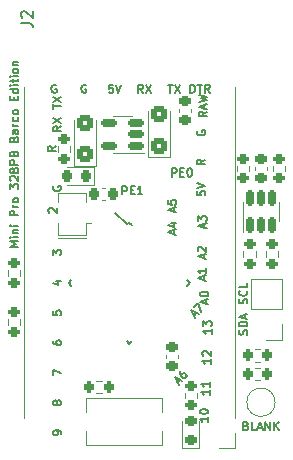
<source format=gbr>
%TF.GenerationSoftware,KiCad,Pcbnew,6.0.11-2627ca5db0~126~ubuntu22.04.1*%
%TF.CreationDate,2024-01-17T11:10:24+01:00*%
%TF.ProjectId,barco-modchip,62617263-6f2d-46d6-9f64-636869702e6b,rev?*%
%TF.SameCoordinates,Original*%
%TF.FileFunction,Legend,Top*%
%TF.FilePolarity,Positive*%
%FSLAX46Y46*%
G04 Gerber Fmt 4.6, Leading zero omitted, Abs format (unit mm)*
G04 Created by KiCad (PCBNEW 6.0.11-2627ca5db0~126~ubuntu22.04.1) date 2024-01-17 11:10:24*
%MOMM*%
%LPD*%
G01*
G04 APERTURE LIST*
G04 Aperture macros list*
%AMRoundRect*
0 Rectangle with rounded corners*
0 $1 Rounding radius*
0 $2 $3 $4 $5 $6 $7 $8 $9 X,Y pos of 4 corners*
0 Add a 4 corners polygon primitive as box body*
4,1,4,$2,$3,$4,$5,$6,$7,$8,$9,$2,$3,0*
0 Add four circle primitives for the rounded corners*
1,1,$1+$1,$2,$3*
1,1,$1+$1,$4,$5*
1,1,$1+$1,$6,$7*
1,1,$1+$1,$8,$9*
0 Add four rect primitives between the rounded corners*
20,1,$1+$1,$2,$3,$4,$5,0*
20,1,$1+$1,$4,$5,$6,$7,0*
20,1,$1+$1,$6,$7,$8,$9,0*
20,1,$1+$1,$8,$9,$2,$3,0*%
%AMHorizOval*
0 Thick line with rounded ends*
0 $1 width*
0 $2 $3 position (X,Y) of the first rounded end (center of the circle)*
0 $4 $5 position (X,Y) of the second rounded end (center of the circle)*
0 Add line between two ends*
20,1,$1,$2,$3,$4,$5,0*
0 Add two circle primitives to create the rounded ends*
1,1,$1,$2,$3*
1,1,$1,$4,$5*%
%AMRotRect*
0 Rectangle, with rotation*
0 The origin of the aperture is its center*
0 $1 length*
0 $2 width*
0 $3 Rotation angle, in degrees counterclockwise*
0 Add horizontal line*
21,1,$1,$2,0,0,$3*%
G04 Aperture macros list end*
%ADD10C,0.150000*%
%ADD11C,0.120000*%
%ADD12RoundRect,0.150000X0.150000X-0.512500X0.150000X0.512500X-0.150000X0.512500X-0.150000X-0.512500X0*%
%ADD13R,1.700000X1.700000*%
%ADD14O,1.700000X1.700000*%
%ADD15C,2.000000*%
%ADD16RoundRect,0.200000X-0.200000X-0.275000X0.200000X-0.275000X0.200000X0.275000X-0.200000X0.275000X0*%
%ADD17RoundRect,0.200000X0.275000X-0.200000X0.275000X0.200000X-0.275000X0.200000X-0.275000X-0.200000X0*%
%ADD18RoundRect,0.200000X-0.275000X0.200000X-0.275000X-0.200000X0.275000X-0.200000X0.275000X0.200000X0*%
%ADD19RoundRect,0.225000X0.250000X-0.225000X0.250000X0.225000X-0.250000X0.225000X-0.250000X-0.225000X0*%
%ADD20RoundRect,0.218750X0.218750X0.256250X-0.218750X0.256250X-0.218750X-0.256250X0.218750X-0.256250X0*%
%ADD21RoundRect,0.250000X0.425000X-0.450000X0.425000X0.450000X-0.425000X0.450000X-0.425000X-0.450000X0*%
%ADD22R,1.900000X0.400000*%
%ADD23RoundRect,0.225000X-0.225000X-0.250000X0.225000X-0.250000X0.225000X0.250000X-0.225000X0.250000X0*%
%ADD24RoundRect,0.225000X-0.250000X0.225000X-0.250000X-0.225000X0.250000X-0.225000X0.250000X0.225000X0*%
%ADD25RoundRect,0.150000X0.512500X0.150000X-0.512500X0.150000X-0.512500X-0.150000X0.512500X-0.150000X0*%
%ADD26RoundRect,0.218750X0.256250X-0.218750X0.256250X0.218750X-0.256250X0.218750X-0.256250X-0.218750X0*%
%ADD27HorizOval,1.700000X0.000000X0.000000X0.000000X0.000000X0*%
%ADD28RotRect,1.600000X0.550000X315.000000*%
%ADD29RotRect,1.600000X0.550000X45.000000*%
%ADD30R,1.250000X1.000000*%
%ADD31HorizOval,1.700000X0.000000X0.000000X0.000000X0.000000X0*%
%ADD32RoundRect,0.200000X0.200000X0.275000X-0.200000X0.275000X-0.200000X-0.275000X0.200000X-0.275000X0*%
G04 APERTURE END LIST*
D10*
X189563333Y-115960000D02*
X189596666Y-115860000D01*
X189596666Y-115693333D01*
X189563333Y-115626666D01*
X189530000Y-115593333D01*
X189463333Y-115560000D01*
X189396666Y-115560000D01*
X189330000Y-115593333D01*
X189296666Y-115626666D01*
X189263333Y-115693333D01*
X189230000Y-115826666D01*
X189196666Y-115893333D01*
X189163333Y-115926666D01*
X189096666Y-115960000D01*
X189030000Y-115960000D01*
X188963333Y-115926666D01*
X188930000Y-115893333D01*
X188896666Y-115826666D01*
X188896666Y-115660000D01*
X188930000Y-115560000D01*
X189596666Y-115260000D02*
X188896666Y-115260000D01*
X188896666Y-115093333D01*
X188930000Y-114993333D01*
X188996666Y-114926666D01*
X189063333Y-114893333D01*
X189196666Y-114860000D01*
X189296666Y-114860000D01*
X189430000Y-114893333D01*
X189496666Y-114926666D01*
X189563333Y-114993333D01*
X189596666Y-115093333D01*
X189596666Y-115260000D01*
X189396666Y-114593333D02*
X189396666Y-114260000D01*
X189596666Y-114660000D02*
X188896666Y-114426666D01*
X189596666Y-114193333D01*
X182891666Y-94791666D02*
X183291666Y-94791666D01*
X183091666Y-95491666D02*
X183091666Y-94791666D01*
X183458333Y-94791666D02*
X183925000Y-95491666D01*
X183925000Y-94791666D02*
X183458333Y-95491666D01*
X173141666Y-96833333D02*
X173141666Y-96433333D01*
X173841666Y-96633333D02*
X173141666Y-96633333D01*
X173141666Y-96266666D02*
X173841666Y-95800000D01*
X173141666Y-95800000D02*
X173841666Y-96266666D01*
X173841666Y-124383333D02*
X173841666Y-124250000D01*
X173808333Y-124183333D01*
X173775000Y-124150000D01*
X173675000Y-124083333D01*
X173541666Y-124050000D01*
X173275000Y-124050000D01*
X173208333Y-124083333D01*
X173175000Y-124116666D01*
X173141666Y-124183333D01*
X173141666Y-124316666D01*
X173175000Y-124383333D01*
X173208333Y-124416666D01*
X173275000Y-124450000D01*
X173441666Y-124450000D01*
X173508333Y-124416666D01*
X173541666Y-124383333D01*
X173575000Y-124316666D01*
X173575000Y-124183333D01*
X173541666Y-124116666D01*
X173508333Y-124083333D01*
X173441666Y-124050000D01*
X186266666Y-122933333D02*
X186266666Y-123333333D01*
X186266666Y-123133333D02*
X185566666Y-123133333D01*
X185666666Y-123200000D01*
X185733333Y-123266666D01*
X185766666Y-123333333D01*
X185566666Y-122500000D02*
X185566666Y-122433333D01*
X185600000Y-122366666D01*
X185633333Y-122333333D01*
X185700000Y-122300000D01*
X185833333Y-122266666D01*
X186000000Y-122266666D01*
X186133333Y-122300000D01*
X186200000Y-122333333D01*
X186233333Y-122366666D01*
X186266666Y-122433333D01*
X186266666Y-122500000D01*
X186233333Y-122566666D01*
X186200000Y-122600000D01*
X186133333Y-122633333D01*
X186000000Y-122666666D01*
X185833333Y-122666666D01*
X185700000Y-122633333D01*
X185633333Y-122600000D01*
X185600000Y-122566666D01*
X185566666Y-122500000D01*
X185916666Y-111350000D02*
X185916666Y-111016666D01*
X186116666Y-111416666D02*
X185416666Y-111183333D01*
X186116666Y-110950000D01*
X186116666Y-110350000D02*
X186116666Y-110750000D01*
X186116666Y-110550000D02*
X185416666Y-110550000D01*
X185516666Y-110616666D01*
X185583333Y-110683333D01*
X185616666Y-110750000D01*
X186566666Y-115483333D02*
X186566666Y-115883333D01*
X186566666Y-115683333D02*
X185866666Y-115683333D01*
X185966666Y-115750000D01*
X186033333Y-115816666D01*
X186066666Y-115883333D01*
X185866666Y-115250000D02*
X185866666Y-114816666D01*
X186133333Y-115050000D01*
X186133333Y-114950000D01*
X186166666Y-114883333D01*
X186200000Y-114850000D01*
X186266666Y-114816666D01*
X186433333Y-114816666D01*
X186500000Y-114850000D01*
X186533333Y-114883333D01*
X186566666Y-114950000D01*
X186566666Y-115150000D01*
X186533333Y-115216666D01*
X186500000Y-115250000D01*
X183678942Y-120011049D02*
X183914644Y-119775346D01*
X183773223Y-120199610D02*
X183443240Y-119539644D01*
X184103206Y-119869627D01*
X183985355Y-118997529D02*
X183891074Y-119091810D01*
X183867504Y-119162521D01*
X183867504Y-119209661D01*
X183891074Y-119327512D01*
X183961785Y-119445363D01*
X184150346Y-119633925D01*
X184221057Y-119657495D01*
X184268198Y-119657495D01*
X184338908Y-119633925D01*
X184433189Y-119539644D01*
X184456759Y-119468933D01*
X184456759Y-119421793D01*
X184433189Y-119351082D01*
X184315338Y-119233231D01*
X184244627Y-119209661D01*
X184197487Y-119209661D01*
X184126776Y-119233231D01*
X184032495Y-119327512D01*
X184008925Y-119398223D01*
X184008925Y-119445363D01*
X184032495Y-119516074D01*
X183206666Y-102576666D02*
X183206666Y-101876666D01*
X183473333Y-101876666D01*
X183540000Y-101910000D01*
X183573333Y-101943333D01*
X183606666Y-102010000D01*
X183606666Y-102110000D01*
X183573333Y-102176666D01*
X183540000Y-102210000D01*
X183473333Y-102243333D01*
X183206666Y-102243333D01*
X183906666Y-102210000D02*
X184140000Y-102210000D01*
X184240000Y-102576666D02*
X183906666Y-102576666D01*
X183906666Y-101876666D01*
X184240000Y-101876666D01*
X184673333Y-101876666D02*
X184740000Y-101876666D01*
X184806666Y-101910000D01*
X184840000Y-101943333D01*
X184873333Y-102010000D01*
X184906666Y-102143333D01*
X184906666Y-102310000D01*
X184873333Y-102443333D01*
X184840000Y-102510000D01*
X184806666Y-102543333D01*
X184740000Y-102576666D01*
X184673333Y-102576666D01*
X184606666Y-102543333D01*
X184573333Y-102510000D01*
X184540000Y-102443333D01*
X184506666Y-102310000D01*
X184506666Y-102143333D01*
X184540000Y-102010000D01*
X184573333Y-101943333D01*
X184606666Y-101910000D01*
X184673333Y-101876666D01*
X185941666Y-106900000D02*
X185941666Y-106566666D01*
X186141666Y-106966666D02*
X185441666Y-106733333D01*
X186141666Y-106500000D01*
X185441666Y-106333333D02*
X185441666Y-105900000D01*
X185708333Y-106133333D01*
X185708333Y-106033333D01*
X185741666Y-105966666D01*
X185775000Y-105933333D01*
X185841666Y-105900000D01*
X186008333Y-105900000D01*
X186075000Y-105933333D01*
X186108333Y-105966666D01*
X186141666Y-106033333D01*
X186141666Y-106233333D01*
X186108333Y-106300000D01*
X186075000Y-106333333D01*
X185375000Y-98691666D02*
X185341666Y-98758333D01*
X185341666Y-98858333D01*
X185375000Y-98958333D01*
X185441666Y-99025000D01*
X185508333Y-99058333D01*
X185641666Y-99091666D01*
X185741666Y-99091666D01*
X185875000Y-99058333D01*
X185941666Y-99025000D01*
X186008333Y-98958333D01*
X186041666Y-98858333D01*
X186041666Y-98791666D01*
X186008333Y-98691666D01*
X185975000Y-98658333D01*
X185741666Y-98658333D01*
X185741666Y-98791666D01*
X186091666Y-113325000D02*
X186091666Y-112991666D01*
X186291666Y-113391666D02*
X185591666Y-113158333D01*
X186291666Y-112925000D01*
X185591666Y-112558333D02*
X185591666Y-112491666D01*
X185625000Y-112425000D01*
X185658333Y-112391666D01*
X185725000Y-112358333D01*
X185858333Y-112325000D01*
X186025000Y-112325000D01*
X186158333Y-112358333D01*
X186225000Y-112391666D01*
X186258333Y-112425000D01*
X186291666Y-112491666D01*
X186291666Y-112558333D01*
X186258333Y-112625000D01*
X186225000Y-112658333D01*
X186158333Y-112691666D01*
X186025000Y-112725000D01*
X185858333Y-112725000D01*
X185725000Y-112691666D01*
X185658333Y-112658333D01*
X185625000Y-112625000D01*
X185591666Y-112558333D01*
X180758333Y-95491666D02*
X180525000Y-95158333D01*
X180358333Y-95491666D02*
X180358333Y-94791666D01*
X180625000Y-94791666D01*
X180691666Y-94825000D01*
X180725000Y-94858333D01*
X180758333Y-94925000D01*
X180758333Y-95025000D01*
X180725000Y-95091666D01*
X180691666Y-95125000D01*
X180625000Y-95158333D01*
X180358333Y-95158333D01*
X180991666Y-94791666D02*
X181458333Y-95491666D01*
X181458333Y-94791666D02*
X180991666Y-95491666D01*
X189563333Y-113323333D02*
X189596666Y-113223333D01*
X189596666Y-113056666D01*
X189563333Y-112990000D01*
X189530000Y-112956666D01*
X189463333Y-112923333D01*
X189396666Y-112923333D01*
X189330000Y-112956666D01*
X189296666Y-112990000D01*
X189263333Y-113056666D01*
X189230000Y-113190000D01*
X189196666Y-113256666D01*
X189163333Y-113290000D01*
X189096666Y-113323333D01*
X189030000Y-113323333D01*
X188963333Y-113290000D01*
X188930000Y-113256666D01*
X188896666Y-113190000D01*
X188896666Y-113023333D01*
X188930000Y-112923333D01*
X189530000Y-112223333D02*
X189563333Y-112256666D01*
X189596666Y-112356666D01*
X189596666Y-112423333D01*
X189563333Y-112523333D01*
X189496666Y-112590000D01*
X189430000Y-112623333D01*
X189296666Y-112656666D01*
X189196666Y-112656666D01*
X189063333Y-112623333D01*
X188996666Y-112590000D01*
X188930000Y-112523333D01*
X188896666Y-112423333D01*
X188896666Y-112356666D01*
X188930000Y-112256666D01*
X188963333Y-112223333D01*
X189596666Y-111590000D02*
X189596666Y-111923333D01*
X188896666Y-111923333D01*
X173141666Y-113933333D02*
X173141666Y-114266666D01*
X173475000Y-114300000D01*
X173441666Y-114266666D01*
X173408333Y-114200000D01*
X173408333Y-114033333D01*
X173441666Y-113966666D01*
X173475000Y-113933333D01*
X173541666Y-113900000D01*
X173708333Y-113900000D01*
X173775000Y-113933333D01*
X173808333Y-113966666D01*
X173841666Y-114033333D01*
X173841666Y-114200000D01*
X173808333Y-114266666D01*
X173775000Y-114300000D01*
X179016666Y-104091666D02*
X179016666Y-103391666D01*
X179283333Y-103391666D01*
X179350000Y-103425000D01*
X179383333Y-103458333D01*
X179416666Y-103525000D01*
X179416666Y-103625000D01*
X179383333Y-103691666D01*
X179350000Y-103725000D01*
X179283333Y-103758333D01*
X179016666Y-103758333D01*
X179716666Y-103725000D02*
X179950000Y-103725000D01*
X180050000Y-104091666D02*
X179716666Y-104091666D01*
X179716666Y-103391666D01*
X180050000Y-103391666D01*
X180716666Y-104091666D02*
X180316666Y-104091666D01*
X180516666Y-104091666D02*
X180516666Y-103391666D01*
X180450000Y-103491666D01*
X180383333Y-103558333D01*
X180316666Y-103591666D01*
X178216666Y-94791666D02*
X177883333Y-94791666D01*
X177850000Y-95125000D01*
X177883333Y-95091666D01*
X177950000Y-95058333D01*
X178116666Y-95058333D01*
X178183333Y-95091666D01*
X178216666Y-95125000D01*
X178250000Y-95191666D01*
X178250000Y-95358333D01*
X178216666Y-95425000D01*
X178183333Y-95458333D01*
X178116666Y-95491666D01*
X177950000Y-95491666D01*
X177883333Y-95458333D01*
X177850000Y-95425000D01*
X178450000Y-94791666D02*
X178683333Y-95491666D01*
X178916666Y-94791666D01*
X175933333Y-94825000D02*
X175866666Y-94791666D01*
X175766666Y-94791666D01*
X175666666Y-94825000D01*
X175600000Y-94891666D01*
X175566666Y-94958333D01*
X175533333Y-95091666D01*
X175533333Y-95191666D01*
X175566666Y-95325000D01*
X175600000Y-95391666D01*
X175666666Y-95458333D01*
X175766666Y-95491666D01*
X175833333Y-95491666D01*
X175933333Y-95458333D01*
X175966666Y-95425000D01*
X175966666Y-95191666D01*
X175833333Y-95191666D01*
X185891666Y-109500000D02*
X185891666Y-109166666D01*
X186091666Y-109566666D02*
X185391666Y-109333333D01*
X186091666Y-109100000D01*
X185458333Y-108900000D02*
X185425000Y-108866666D01*
X185391666Y-108800000D01*
X185391666Y-108633333D01*
X185425000Y-108566666D01*
X185458333Y-108533333D01*
X185525000Y-108500000D01*
X185591666Y-108500000D01*
X185691666Y-108533333D01*
X186091666Y-108933333D01*
X186091666Y-108500000D01*
X173175000Y-103391666D02*
X173141666Y-103458333D01*
X173141666Y-103558333D01*
X173175000Y-103658333D01*
X173241666Y-103725000D01*
X173308333Y-103758333D01*
X173441666Y-103791666D01*
X173541666Y-103791666D01*
X173675000Y-103758333D01*
X173741666Y-103725000D01*
X173808333Y-103658333D01*
X173841666Y-103558333D01*
X173841666Y-103491666D01*
X173808333Y-103391666D01*
X173775000Y-103358333D01*
X173541666Y-103358333D01*
X173541666Y-103491666D01*
X172808333Y-105625000D02*
X172775000Y-105591666D01*
X172741666Y-105525000D01*
X172741666Y-105358333D01*
X172775000Y-105291666D01*
X172808333Y-105258333D01*
X172875000Y-105225000D01*
X172941666Y-105225000D01*
X173041666Y-105258333D01*
X173441666Y-105658333D01*
X173441666Y-105225000D01*
X173141666Y-119408333D02*
X173141666Y-118941666D01*
X173841666Y-119241666D01*
X173141666Y-109208333D02*
X173141666Y-108775000D01*
X173408333Y-109008333D01*
X173408333Y-108908333D01*
X173441666Y-108841666D01*
X173475000Y-108808333D01*
X173541666Y-108775000D01*
X173708333Y-108775000D01*
X173775000Y-108808333D01*
X173808333Y-108841666D01*
X173841666Y-108908333D01*
X173841666Y-109108333D01*
X173808333Y-109175000D01*
X173775000Y-109208333D01*
X173141666Y-116491666D02*
X173141666Y-116625000D01*
X173175000Y-116691666D01*
X173208333Y-116725000D01*
X173308333Y-116791666D01*
X173441666Y-116825000D01*
X173708333Y-116825000D01*
X173775000Y-116791666D01*
X173808333Y-116758333D01*
X173841666Y-116691666D01*
X173841666Y-116558333D01*
X173808333Y-116491666D01*
X173775000Y-116458333D01*
X173708333Y-116425000D01*
X173541666Y-116425000D01*
X173475000Y-116458333D01*
X173441666Y-116491666D01*
X173408333Y-116558333D01*
X173408333Y-116691666D01*
X173441666Y-116758333D01*
X173475000Y-116791666D01*
X173541666Y-116825000D01*
X173391666Y-100008333D02*
X173058333Y-100241666D01*
X173391666Y-100408333D02*
X172691666Y-100408333D01*
X172691666Y-100141666D01*
X172725000Y-100075000D01*
X172758333Y-100041666D01*
X172825000Y-100008333D01*
X172925000Y-100008333D01*
X172991666Y-100041666D01*
X173025000Y-100075000D01*
X173058333Y-100141666D01*
X173058333Y-100408333D01*
X185341666Y-103808333D02*
X185341666Y-104141666D01*
X185675000Y-104175000D01*
X185641666Y-104141666D01*
X185608333Y-104075000D01*
X185608333Y-103908333D01*
X185641666Y-103841666D01*
X185675000Y-103808333D01*
X185741666Y-103775000D01*
X185908333Y-103775000D01*
X185975000Y-103808333D01*
X186008333Y-103841666D01*
X186041666Y-103908333D01*
X186041666Y-104075000D01*
X186008333Y-104141666D01*
X185975000Y-104175000D01*
X185341666Y-103575000D02*
X186041666Y-103341666D01*
X185341666Y-103108333D01*
X186491666Y-118008333D02*
X186491666Y-118408333D01*
X186491666Y-118208333D02*
X185791666Y-118208333D01*
X185891666Y-118275000D01*
X185958333Y-118341666D01*
X185991666Y-118408333D01*
X185858333Y-117741666D02*
X185825000Y-117708333D01*
X185791666Y-117641666D01*
X185791666Y-117475000D01*
X185825000Y-117408333D01*
X185858333Y-117375000D01*
X185925000Y-117341666D01*
X185991666Y-117341666D01*
X186091666Y-117375000D01*
X186491666Y-117775000D01*
X186491666Y-117341666D01*
X186016666Y-101133333D02*
X185683333Y-101366666D01*
X186016666Y-101533333D02*
X185316666Y-101533333D01*
X185316666Y-101266666D01*
X185350000Y-101200000D01*
X185383333Y-101166666D01*
X185450000Y-101133333D01*
X185550000Y-101133333D01*
X185616666Y-101166666D01*
X185650000Y-101200000D01*
X185683333Y-101266666D01*
X185683333Y-101533333D01*
X186416666Y-120633333D02*
X186416666Y-121033333D01*
X186416666Y-120833333D02*
X185716666Y-120833333D01*
X185816666Y-120900000D01*
X185883333Y-120966666D01*
X185916666Y-121033333D01*
X186416666Y-119966666D02*
X186416666Y-120366666D01*
X186416666Y-120166666D02*
X185716666Y-120166666D01*
X185816666Y-120233333D01*
X185883333Y-120300000D01*
X185916666Y-120366666D01*
X170206666Y-108503333D02*
X169506666Y-108503333D01*
X170006666Y-108270000D01*
X169506666Y-108036666D01*
X170206666Y-108036666D01*
X170206666Y-107703333D02*
X169740000Y-107703333D01*
X169506666Y-107703333D02*
X169540000Y-107736666D01*
X169573333Y-107703333D01*
X169540000Y-107670000D01*
X169506666Y-107703333D01*
X169573333Y-107703333D01*
X169740000Y-107370000D02*
X170206666Y-107370000D01*
X169806666Y-107370000D02*
X169773333Y-107336666D01*
X169740000Y-107270000D01*
X169740000Y-107170000D01*
X169773333Y-107103333D01*
X169840000Y-107070000D01*
X170206666Y-107070000D01*
X170206666Y-106736666D02*
X169740000Y-106736666D01*
X169506666Y-106736666D02*
X169540000Y-106770000D01*
X169573333Y-106736666D01*
X169540000Y-106703333D01*
X169506666Y-106736666D01*
X169573333Y-106736666D01*
X170206666Y-105870000D02*
X169506666Y-105870000D01*
X169506666Y-105603333D01*
X169540000Y-105536666D01*
X169573333Y-105503333D01*
X169640000Y-105470000D01*
X169740000Y-105470000D01*
X169806666Y-105503333D01*
X169840000Y-105536666D01*
X169873333Y-105603333D01*
X169873333Y-105870000D01*
X170206666Y-105170000D02*
X169740000Y-105170000D01*
X169873333Y-105170000D02*
X169806666Y-105136666D01*
X169773333Y-105103333D01*
X169740000Y-105036666D01*
X169740000Y-104970000D01*
X170206666Y-104636666D02*
X170173333Y-104703333D01*
X170140000Y-104736666D01*
X170073333Y-104770000D01*
X169873333Y-104770000D01*
X169806666Y-104736666D01*
X169773333Y-104703333D01*
X169740000Y-104636666D01*
X169740000Y-104536666D01*
X169773333Y-104470000D01*
X169806666Y-104436666D01*
X169873333Y-104403333D01*
X170073333Y-104403333D01*
X170140000Y-104436666D01*
X170173333Y-104470000D01*
X170206666Y-104536666D01*
X170206666Y-104636666D01*
X169506666Y-103636666D02*
X169506666Y-103203333D01*
X169773333Y-103436666D01*
X169773333Y-103336666D01*
X169806666Y-103270000D01*
X169840000Y-103236666D01*
X169906666Y-103203333D01*
X170073333Y-103203333D01*
X170140000Y-103236666D01*
X170173333Y-103270000D01*
X170206666Y-103336666D01*
X170206666Y-103536666D01*
X170173333Y-103603333D01*
X170140000Y-103636666D01*
X169573333Y-102936666D02*
X169540000Y-102903333D01*
X169506666Y-102836666D01*
X169506666Y-102670000D01*
X169540000Y-102603333D01*
X169573333Y-102570000D01*
X169640000Y-102536666D01*
X169706666Y-102536666D01*
X169806666Y-102570000D01*
X170206666Y-102970000D01*
X170206666Y-102536666D01*
X169806666Y-102136666D02*
X169773333Y-102203333D01*
X169740000Y-102236666D01*
X169673333Y-102270000D01*
X169640000Y-102270000D01*
X169573333Y-102236666D01*
X169540000Y-102203333D01*
X169506666Y-102136666D01*
X169506666Y-102003333D01*
X169540000Y-101936666D01*
X169573333Y-101903333D01*
X169640000Y-101870000D01*
X169673333Y-101870000D01*
X169740000Y-101903333D01*
X169773333Y-101936666D01*
X169806666Y-102003333D01*
X169806666Y-102136666D01*
X169840000Y-102203333D01*
X169873333Y-102236666D01*
X169940000Y-102270000D01*
X170073333Y-102270000D01*
X170140000Y-102236666D01*
X170173333Y-102203333D01*
X170206666Y-102136666D01*
X170206666Y-102003333D01*
X170173333Y-101936666D01*
X170140000Y-101903333D01*
X170073333Y-101870000D01*
X169940000Y-101870000D01*
X169873333Y-101903333D01*
X169840000Y-101936666D01*
X169806666Y-102003333D01*
X170206666Y-101570000D02*
X169506666Y-101570000D01*
X169506666Y-101303333D01*
X169540000Y-101236666D01*
X169573333Y-101203333D01*
X169640000Y-101170000D01*
X169740000Y-101170000D01*
X169806666Y-101203333D01*
X169840000Y-101236666D01*
X169873333Y-101303333D01*
X169873333Y-101570000D01*
X169840000Y-100636666D02*
X169873333Y-100536666D01*
X169906666Y-100503333D01*
X169973333Y-100470000D01*
X170073333Y-100470000D01*
X170140000Y-100503333D01*
X170173333Y-100536666D01*
X170206666Y-100603333D01*
X170206666Y-100870000D01*
X169506666Y-100870000D01*
X169506666Y-100636666D01*
X169540000Y-100570000D01*
X169573333Y-100536666D01*
X169640000Y-100503333D01*
X169706666Y-100503333D01*
X169773333Y-100536666D01*
X169806666Y-100570000D01*
X169840000Y-100636666D01*
X169840000Y-100870000D01*
X169840000Y-99403333D02*
X169873333Y-99303333D01*
X169906666Y-99270000D01*
X169973333Y-99236666D01*
X170073333Y-99236666D01*
X170140000Y-99270000D01*
X170173333Y-99303333D01*
X170206666Y-99370000D01*
X170206666Y-99636666D01*
X169506666Y-99636666D01*
X169506666Y-99403333D01*
X169540000Y-99336666D01*
X169573333Y-99303333D01*
X169640000Y-99270000D01*
X169706666Y-99270000D01*
X169773333Y-99303333D01*
X169806666Y-99336666D01*
X169840000Y-99403333D01*
X169840000Y-99636666D01*
X170206666Y-98636666D02*
X169840000Y-98636666D01*
X169773333Y-98670000D01*
X169740000Y-98736666D01*
X169740000Y-98870000D01*
X169773333Y-98936666D01*
X170173333Y-98636666D02*
X170206666Y-98703333D01*
X170206666Y-98870000D01*
X170173333Y-98936666D01*
X170106666Y-98970000D01*
X170040000Y-98970000D01*
X169973333Y-98936666D01*
X169940000Y-98870000D01*
X169940000Y-98703333D01*
X169906666Y-98636666D01*
X170206666Y-98303333D02*
X169740000Y-98303333D01*
X169873333Y-98303333D02*
X169806666Y-98270000D01*
X169773333Y-98236666D01*
X169740000Y-98170000D01*
X169740000Y-98103333D01*
X170173333Y-97570000D02*
X170206666Y-97636666D01*
X170206666Y-97770000D01*
X170173333Y-97836666D01*
X170140000Y-97870000D01*
X170073333Y-97903333D01*
X169873333Y-97903333D01*
X169806666Y-97870000D01*
X169773333Y-97836666D01*
X169740000Y-97770000D01*
X169740000Y-97636666D01*
X169773333Y-97570000D01*
X170206666Y-97170000D02*
X170173333Y-97236666D01*
X170140000Y-97270000D01*
X170073333Y-97303333D01*
X169873333Y-97303333D01*
X169806666Y-97270000D01*
X169773333Y-97236666D01*
X169740000Y-97170000D01*
X169740000Y-97070000D01*
X169773333Y-97003333D01*
X169806666Y-96970000D01*
X169873333Y-96936666D01*
X170073333Y-96936666D01*
X170140000Y-96970000D01*
X170173333Y-97003333D01*
X170206666Y-97070000D01*
X170206666Y-97170000D01*
X169840000Y-96103333D02*
X169840000Y-95870000D01*
X170206666Y-95770000D02*
X170206666Y-96103333D01*
X169506666Y-96103333D01*
X169506666Y-95770000D01*
X170206666Y-95170000D02*
X169506666Y-95170000D01*
X170173333Y-95170000D02*
X170206666Y-95236666D01*
X170206666Y-95370000D01*
X170173333Y-95436666D01*
X170140000Y-95470000D01*
X170073333Y-95503333D01*
X169873333Y-95503333D01*
X169806666Y-95470000D01*
X169773333Y-95436666D01*
X169740000Y-95370000D01*
X169740000Y-95236666D01*
X169773333Y-95170000D01*
X170206666Y-94836666D02*
X169740000Y-94836666D01*
X169506666Y-94836666D02*
X169540000Y-94870000D01*
X169573333Y-94836666D01*
X169540000Y-94803333D01*
X169506666Y-94836666D01*
X169573333Y-94836666D01*
X169740000Y-94603333D02*
X169740000Y-94336666D01*
X169506666Y-94503333D02*
X170106666Y-94503333D01*
X170173333Y-94470000D01*
X170206666Y-94403333D01*
X170206666Y-94336666D01*
X170206666Y-94103333D02*
X169740000Y-94103333D01*
X169506666Y-94103333D02*
X169540000Y-94136666D01*
X169573333Y-94103333D01*
X169540000Y-94070000D01*
X169506666Y-94103333D01*
X169573333Y-94103333D01*
X170206666Y-93670000D02*
X170173333Y-93736666D01*
X170140000Y-93770000D01*
X170073333Y-93803333D01*
X169873333Y-93803333D01*
X169806666Y-93770000D01*
X169773333Y-93736666D01*
X169740000Y-93670000D01*
X169740000Y-93570000D01*
X169773333Y-93503333D01*
X169806666Y-93470000D01*
X169873333Y-93436666D01*
X170073333Y-93436666D01*
X170140000Y-93470000D01*
X170173333Y-93503333D01*
X170206666Y-93570000D01*
X170206666Y-93670000D01*
X169740000Y-93136666D02*
X170206666Y-93136666D01*
X169806666Y-93136666D02*
X169773333Y-93103333D01*
X169740000Y-93036666D01*
X169740000Y-92936666D01*
X169773333Y-92870000D01*
X169840000Y-92836666D01*
X170206666Y-92836666D01*
X189500000Y-123670000D02*
X189600000Y-123703333D01*
X189633333Y-123736666D01*
X189666666Y-123803333D01*
X189666666Y-123903333D01*
X189633333Y-123970000D01*
X189600000Y-124003333D01*
X189533333Y-124036666D01*
X189266666Y-124036666D01*
X189266666Y-123336666D01*
X189500000Y-123336666D01*
X189566666Y-123370000D01*
X189600000Y-123403333D01*
X189633333Y-123470000D01*
X189633333Y-123536666D01*
X189600000Y-123603333D01*
X189566666Y-123636666D01*
X189500000Y-123670000D01*
X189266666Y-123670000D01*
X190300000Y-124036666D02*
X189966666Y-124036666D01*
X189966666Y-123336666D01*
X190500000Y-123836666D02*
X190833333Y-123836666D01*
X190433333Y-124036666D02*
X190666666Y-123336666D01*
X190900000Y-124036666D01*
X191133333Y-124036666D02*
X191133333Y-123336666D01*
X191533333Y-124036666D01*
X191533333Y-123336666D01*
X191866666Y-124036666D02*
X191866666Y-123336666D01*
X192266666Y-124036666D02*
X191966666Y-123636666D01*
X192266666Y-123336666D02*
X191866666Y-123736666D01*
X173441666Y-121791666D02*
X173408333Y-121858333D01*
X173375000Y-121891666D01*
X173308333Y-121925000D01*
X173275000Y-121925000D01*
X173208333Y-121891666D01*
X173175000Y-121858333D01*
X173141666Y-121791666D01*
X173141666Y-121658333D01*
X173175000Y-121591666D01*
X173208333Y-121558333D01*
X173275000Y-121525000D01*
X173308333Y-121525000D01*
X173375000Y-121558333D01*
X173408333Y-121591666D01*
X173441666Y-121658333D01*
X173441666Y-121791666D01*
X173475000Y-121858333D01*
X173508333Y-121891666D01*
X173575000Y-121925000D01*
X173708333Y-121925000D01*
X173775000Y-121891666D01*
X173808333Y-121858333D01*
X173841666Y-121791666D01*
X173841666Y-121658333D01*
X173808333Y-121591666D01*
X173775000Y-121558333D01*
X173708333Y-121525000D01*
X173575000Y-121525000D01*
X173508333Y-121558333D01*
X173475000Y-121591666D01*
X173441666Y-121658333D01*
X186166666Y-97083333D02*
X185833333Y-97316666D01*
X186166666Y-97483333D02*
X185466666Y-97483333D01*
X185466666Y-97216666D01*
X185500000Y-97150000D01*
X185533333Y-97116666D01*
X185600000Y-97083333D01*
X185700000Y-97083333D01*
X185766666Y-97116666D01*
X185800000Y-97150000D01*
X185833333Y-97216666D01*
X185833333Y-97483333D01*
X185966666Y-96816666D02*
X185966666Y-96483333D01*
X186166666Y-96883333D02*
X185466666Y-96650000D01*
X186166666Y-96416666D01*
X185466666Y-96250000D02*
X186166666Y-96083333D01*
X185666666Y-95950000D01*
X186166666Y-95816666D01*
X185466666Y-95650000D01*
X173375000Y-111416666D02*
X173841666Y-111416666D01*
X173108333Y-111583333D02*
X173608333Y-111750000D01*
X173608333Y-111316666D01*
X173408333Y-94825000D02*
X173341666Y-94791666D01*
X173241666Y-94791666D01*
X173141666Y-94825000D01*
X173075000Y-94891666D01*
X173041666Y-94958333D01*
X173008333Y-95091666D01*
X173008333Y-95191666D01*
X173041666Y-95325000D01*
X173075000Y-95391666D01*
X173141666Y-95458333D01*
X173241666Y-95491666D01*
X173308333Y-95491666D01*
X173408333Y-95458333D01*
X173441666Y-95425000D01*
X173441666Y-95191666D01*
X173308333Y-95191666D01*
X185053942Y-114386049D02*
X185289644Y-114150346D01*
X185148223Y-114574610D02*
X184818240Y-113914644D01*
X185478206Y-114244627D01*
X185101082Y-113631801D02*
X185431066Y-113301818D01*
X185713908Y-114008925D01*
X183366666Y-105550000D02*
X183366666Y-105216666D01*
X183566666Y-105616666D02*
X182866666Y-105383333D01*
X183566666Y-105150000D01*
X182866666Y-104583333D02*
X182866666Y-104916666D01*
X183200000Y-104950000D01*
X183166666Y-104916666D01*
X183133333Y-104850000D01*
X183133333Y-104683333D01*
X183166666Y-104616666D01*
X183200000Y-104583333D01*
X183266666Y-104550000D01*
X183433333Y-104550000D01*
X183500000Y-104583333D01*
X183533333Y-104616666D01*
X183566666Y-104683333D01*
X183566666Y-104850000D01*
X183533333Y-104916666D01*
X183500000Y-104950000D01*
X184775000Y-95491666D02*
X184775000Y-94791666D01*
X184941666Y-94791666D01*
X185041666Y-94825000D01*
X185108333Y-94891666D01*
X185141666Y-94958333D01*
X185175000Y-95091666D01*
X185175000Y-95191666D01*
X185141666Y-95325000D01*
X185108333Y-95391666D01*
X185041666Y-95458333D01*
X184941666Y-95491666D01*
X184775000Y-95491666D01*
X185375000Y-94791666D02*
X185775000Y-94791666D01*
X185575000Y-95491666D02*
X185575000Y-94791666D01*
X186408333Y-95491666D02*
X186175000Y-95158333D01*
X186008333Y-95491666D02*
X186008333Y-94791666D01*
X186275000Y-94791666D01*
X186341666Y-94825000D01*
X186375000Y-94858333D01*
X186408333Y-94925000D01*
X186408333Y-95025000D01*
X186375000Y-95091666D01*
X186341666Y-95125000D01*
X186275000Y-95158333D01*
X186008333Y-95158333D01*
X173841666Y-98316666D02*
X173508333Y-98550000D01*
X173841666Y-98716666D02*
X173141666Y-98716666D01*
X173141666Y-98450000D01*
X173175000Y-98383333D01*
X173208333Y-98350000D01*
X173275000Y-98316666D01*
X173375000Y-98316666D01*
X173441666Y-98350000D01*
X173475000Y-98383333D01*
X173508333Y-98450000D01*
X173508333Y-98716666D01*
X173141666Y-98083333D02*
X173841666Y-97616666D01*
X173141666Y-97616666D02*
X173841666Y-98083333D01*
X183391666Y-107425000D02*
X183391666Y-107091666D01*
X183591666Y-107491666D02*
X182891666Y-107258333D01*
X183591666Y-107025000D01*
X183125000Y-106491666D02*
X183591666Y-106491666D01*
X182858333Y-106658333D02*
X183358333Y-106825000D01*
X183358333Y-106391666D01*
%TO.C,J2*%
X170432380Y-89573333D02*
X171146666Y-89573333D01*
X171289523Y-89620952D01*
X171384761Y-89716190D01*
X171432380Y-89859047D01*
X171432380Y-89954285D01*
X170527619Y-89144761D02*
X170480000Y-89097142D01*
X170432380Y-89001904D01*
X170432380Y-88763809D01*
X170480000Y-88668571D01*
X170527619Y-88620952D01*
X170622857Y-88573333D01*
X170718095Y-88573333D01*
X170860952Y-88620952D01*
X171432380Y-89192380D01*
X171432380Y-88573333D01*
D11*
%TO.C,U40*%
X189190000Y-105500000D02*
X189190000Y-104700000D01*
X192310000Y-105500000D02*
X192310000Y-106300000D01*
X192310000Y-105500000D02*
X192310000Y-104700000D01*
X189190000Y-105500000D02*
X189190000Y-107300000D01*
%TO.C,J30*%
X191950000Y-121685000D02*
G75*
G03*
X191950000Y-121685000I-1200000J0D01*
G01*
%TO.C,R11*%
X176812742Y-119852500D02*
X177287258Y-119852500D01*
X176812742Y-120897500D02*
X177287258Y-120897500D01*
%TO.C,R20*%
X173552500Y-100462258D02*
X173552500Y-99987742D01*
X174597500Y-100462258D02*
X174597500Y-99987742D01*
%TO.C,R51*%
X170352500Y-114672742D02*
X170352500Y-115147258D01*
X169307500Y-114672742D02*
X169307500Y-115147258D01*
%TO.C,C12*%
X183710000Y-117940580D02*
X183710000Y-117659420D01*
X182690000Y-117940580D02*
X182690000Y-117659420D01*
%TO.C,D20*%
X174350000Y-103260000D02*
X176635000Y-103260000D01*
X176635000Y-101790000D02*
X174350000Y-101790000D01*
X176635000Y-103260000D02*
X176635000Y-101790000D01*
%TO.C,C21*%
X174940000Y-97750000D02*
X174940000Y-101660000D01*
X174940000Y-101660000D02*
X176810000Y-101660000D01*
X176810000Y-101660000D02*
X176810000Y-97750000D01*
%TO.C,R10*%
X184277500Y-121337258D02*
X184277500Y-120862742D01*
X185322500Y-121337258D02*
X185322500Y-120862742D01*
%TO.C,R31*%
X190212742Y-118747500D02*
X190687258Y-118747500D01*
X190212742Y-119792500D02*
X190687258Y-119792500D01*
%TO.C,Y1*%
X175525000Y-107550000D02*
X173525000Y-107550000D01*
X175525000Y-107550000D02*
X175925000Y-107550000D01*
X173525000Y-103950000D02*
X175525000Y-103950000D01*
X173525000Y-104750000D02*
X173525000Y-103950000D01*
X173525000Y-107750000D02*
X175525000Y-107750000D01*
X173525000Y-107550000D02*
X173525000Y-106550000D01*
X175525000Y-103950000D02*
X175925000Y-103950000D01*
X175925000Y-103950000D02*
X175925000Y-104750000D01*
X175525000Y-107750000D02*
X175925000Y-107750000D01*
X175925000Y-106550000D02*
X176325000Y-106550000D01*
X175925000Y-106550000D02*
X175925000Y-107550000D01*
%TO.C,C10*%
X177284420Y-103540000D02*
X177565580Y-103540000D01*
X177284420Y-104560000D02*
X177565580Y-104560000D01*
%TO.C,R42*%
X189742500Y-101662742D02*
X189742500Y-102137258D01*
X188697500Y-101662742D02*
X188697500Y-102137258D01*
%TO.C,J40*%
X192540000Y-113815000D02*
X189880000Y-113815000D01*
X189880000Y-113815000D02*
X189880000Y-111215000D01*
X192540000Y-115085000D02*
X192540000Y-116415000D01*
X192540000Y-116415000D02*
X191210000Y-116415000D01*
X192540000Y-113815000D02*
X192540000Y-111215000D01*
X192540000Y-111215000D02*
X189880000Y-111215000D01*
%TO.C,C13*%
X184820000Y-96839420D02*
X184820000Y-97120580D01*
X183800000Y-96839420D02*
X183800000Y-97120580D01*
%TO.C,U20*%
X179025000Y-100560000D02*
X180825000Y-100560000D01*
X179025000Y-97440000D02*
X178225000Y-97440000D01*
X179025000Y-97440000D02*
X179825000Y-97440000D01*
X179025000Y-100560000D02*
X178225000Y-100560000D01*
%TO.C,R41*%
X191187500Y-108892742D02*
X191187500Y-109367258D01*
X192232500Y-108892742D02*
X192232500Y-109367258D01*
%TO.C,D10*%
X184065000Y-123300000D02*
X184065000Y-125585000D01*
X185535000Y-125585000D02*
X185535000Y-123300000D01*
X184065000Y-125585000D02*
X185535000Y-125585000D01*
%TO.C,R50*%
X170352500Y-110967258D02*
X170352500Y-110492742D01*
X169307500Y-110967258D02*
X169307500Y-110492742D01*
%TO.C,R43*%
X191757500Y-101662742D02*
X191757500Y-102137258D01*
X192802500Y-101662742D02*
X192802500Y-102137258D01*
%TO.C,J10*%
X170670000Y-122980000D02*
X170670000Y-94980000D01*
%TO.C,R40*%
X190312500Y-108882742D02*
X190312500Y-109357258D01*
X189267500Y-108882742D02*
X189267500Y-109357258D01*
%TO.C,C41*%
X191260000Y-101759420D02*
X191260000Y-102040580D01*
X190240000Y-101759420D02*
X190240000Y-102040580D01*
D10*
%TO.C,U1*%
X174473476Y-111600000D02*
X174703286Y-111370190D01*
X179600000Y-106473476D02*
X179829810Y-106703286D01*
X174473476Y-111600000D02*
X174703286Y-111829810D01*
X179600000Y-106473476D02*
X179440901Y-106632575D01*
X179600000Y-116726524D02*
X179370190Y-116496714D01*
X184726524Y-111600000D02*
X184496714Y-111829810D01*
X179440901Y-106632575D02*
X178433274Y-105624948D01*
X179600000Y-116726524D02*
X179829810Y-116496714D01*
X184726524Y-111600000D02*
X184496714Y-111370190D01*
D11*
%TO.C,SW1*%
X182350000Y-121300000D02*
X175950000Y-121300000D01*
X182350000Y-125300000D02*
X182350000Y-124100000D01*
X175950000Y-121300000D02*
X175950000Y-122500000D01*
X182350000Y-122500000D02*
X182350000Y-121300000D01*
X175950000Y-125300000D02*
X182350000Y-125300000D01*
X175950000Y-124100000D02*
X175950000Y-125300000D01*
%TO.C,J11*%
X188530000Y-124250000D02*
X188530000Y-125580000D01*
X188530000Y-125580000D02*
X187200000Y-125580000D01*
X188530000Y-122980000D02*
X188530000Y-94980000D01*
%TO.C,R30*%
X190687258Y-117197500D02*
X190212742Y-117197500D01*
X190687258Y-118242500D02*
X190212742Y-118242500D01*
%TO.C,C20*%
X183085000Y-100960000D02*
X183085000Y-97050000D01*
X181215000Y-97050000D02*
X181215000Y-100960000D01*
X181215000Y-100960000D02*
X183085000Y-100960000D01*
%TD*%
%LPC*%
D12*
%TO.C,U40*%
X189800000Y-106637500D03*
X190750000Y-106637500D03*
X191700000Y-106637500D03*
X191700000Y-104362500D03*
X190750000Y-104362500D03*
X189800000Y-104362500D03*
%TD*%
D13*
%TO.C,J2*%
X173250000Y-93625000D03*
D14*
X175790000Y-93625000D03*
X178330000Y-93625000D03*
X180870000Y-93625000D03*
X183410000Y-93625000D03*
X185950000Y-93625000D03*
%TD*%
D15*
%TO.C,J30*%
X190750000Y-121685000D03*
%TD*%
D16*
%TO.C,R11*%
X176225000Y-120375000D03*
X177875000Y-120375000D03*
%TD*%
D17*
%TO.C,R20*%
X174075000Y-101050000D03*
X174075000Y-99400000D03*
%TD*%
D18*
%TO.C,R51*%
X169830000Y-114085000D03*
X169830000Y-115735000D03*
%TD*%
D14*
%TO.C,J12*%
X184750000Y-107600000D03*
X184750000Y-105060000D03*
%TD*%
D19*
%TO.C,C12*%
X183200000Y-118575000D03*
X183200000Y-117025000D03*
%TD*%
D20*
%TO.C,D20*%
X175937500Y-102525000D03*
X174362500Y-102525000D03*
%TD*%
D21*
%TO.C,C21*%
X175875000Y-100700000D03*
X175875000Y-98000000D03*
%TD*%
D17*
%TO.C,R10*%
X184800000Y-121925000D03*
X184800000Y-120275000D03*
%TD*%
D14*
%TO.C,J14*%
X182020000Y-102225000D03*
X179480000Y-102225000D03*
%TD*%
D16*
%TO.C,R31*%
X189625000Y-119270000D03*
X191275000Y-119270000D03*
%TD*%
D22*
%TO.C,Y1*%
X174725000Y-106950000D03*
X174725000Y-105750000D03*
X174725000Y-104550000D03*
%TD*%
D23*
%TO.C,C10*%
X176650000Y-104050000D03*
X178200000Y-104050000D03*
%TD*%
D18*
%TO.C,R42*%
X189220000Y-101075000D03*
X189220000Y-102725000D03*
%TD*%
D13*
%TO.C,J40*%
X191210000Y-115085000D03*
D14*
X191210000Y-112545000D03*
%TD*%
D24*
%TO.C,C13*%
X184310000Y-96205000D03*
X184310000Y-97755000D03*
%TD*%
D14*
%TO.C,J13*%
X184800000Y-118175000D03*
X184800000Y-115635000D03*
%TD*%
D25*
%TO.C,U20*%
X180162500Y-99950000D03*
X180162500Y-99000000D03*
X180162500Y-98050000D03*
X177887500Y-98050000D03*
X177887500Y-99950000D03*
%TD*%
D18*
%TO.C,R41*%
X191710000Y-108305000D03*
X191710000Y-109955000D03*
%TD*%
D26*
%TO.C,D10*%
X184800000Y-124887500D03*
X184800000Y-123312500D03*
%TD*%
D17*
%TO.C,R50*%
X169830000Y-111555000D03*
X169830000Y-109905000D03*
%TD*%
D18*
%TO.C,R43*%
X192280000Y-101075000D03*
X192280000Y-102725000D03*
%TD*%
D13*
%TO.C,J10*%
X172000000Y-124250000D03*
D14*
X172000000Y-121710000D03*
X172000000Y-119170000D03*
X172000000Y-116630000D03*
X172000000Y-114090000D03*
X172000000Y-111550000D03*
X172000000Y-109010000D03*
X172000000Y-106470000D03*
D27*
X172000000Y-103930000D03*
D14*
X172000000Y-101390000D03*
X172000000Y-98850000D03*
X172000000Y-96310000D03*
%TD*%
D18*
%TO.C,R40*%
X189790000Y-108295000D03*
X189790000Y-109945000D03*
%TD*%
D24*
%TO.C,C41*%
X190750000Y-101125000D03*
X190750000Y-102675000D03*
%TD*%
D28*
%TO.C,U1*%
X178574695Y-106614897D03*
X178009010Y-107180583D03*
X177443324Y-107746268D03*
X176877639Y-108311953D03*
X176311953Y-108877639D03*
X175746268Y-109443324D03*
X175180583Y-110009010D03*
X174614897Y-110574695D03*
D29*
X174614897Y-112625305D03*
X175180583Y-113190990D03*
X175746268Y-113756676D03*
X176311953Y-114322361D03*
X176877639Y-114888047D03*
X177443324Y-115453732D03*
X178009010Y-116019417D03*
X178574695Y-116585103D03*
D28*
X180625305Y-116585103D03*
X181190990Y-116019417D03*
X181756676Y-115453732D03*
X182322361Y-114888047D03*
X182888047Y-114322361D03*
X183453732Y-113756676D03*
X184019417Y-113190990D03*
X184585103Y-112625305D03*
D29*
X184585103Y-110574695D03*
X184019417Y-110009010D03*
X183453732Y-109443324D03*
X182888047Y-108877639D03*
X182322361Y-108311953D03*
X181756676Y-107746268D03*
X181190990Y-107180583D03*
X180625305Y-106614897D03*
%TD*%
D30*
%TO.C,SW1*%
X183025000Y-123300000D03*
X175275000Y-123300000D03*
%TD*%
D13*
%TO.C,J11*%
X187200000Y-124250000D03*
D14*
X187200000Y-121710000D03*
X187200000Y-119170000D03*
X187200000Y-116630000D03*
X187200000Y-114090000D03*
X187200000Y-111550000D03*
X187200000Y-109010000D03*
X187200000Y-106470000D03*
X187200000Y-103930000D03*
X187200000Y-101390000D03*
D31*
X187200000Y-98850000D03*
D14*
X187200000Y-96310000D03*
%TD*%
D32*
%TO.C,R30*%
X191275000Y-117720000D03*
X189625000Y-117720000D03*
%TD*%
D21*
%TO.C,C20*%
X182150000Y-100000000D03*
X182150000Y-97300000D03*
%TD*%
M02*

</source>
